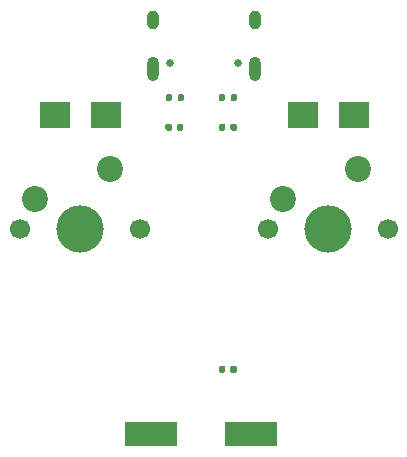
<source format=gbr>
%TF.GenerationSoftware,KiCad,Pcbnew,(5.1.12)-1*%
%TF.CreationDate,2024-08-07T21:15:05+08:00*%
%TF.ProjectId,BKL2xP,424b4c32-7850-42e6-9b69-6361645f7063,1.0*%
%TF.SameCoordinates,Original*%
%TF.FileFunction,Soldermask,Bot*%
%TF.FilePolarity,Negative*%
%FSLAX46Y46*%
G04 Gerber Fmt 4.6, Leading zero omitted, Abs format (unit mm)*
G04 Created by KiCad (PCBNEW (5.1.12)-1) date 2024-08-07 21:15:05*
%MOMM*%
%LPD*%
G01*
G04 APERTURE LIST*
%ADD10R,2.500000X2.300000*%
%ADD11O,1.000000X2.100000*%
%ADD12O,1.000000X1.600000*%
%ADD13C,0.650000*%
%ADD14C,1.700000*%
%ADD15C,4.000000*%
%ADD16C,2.200000*%
%ADD17R,4.500000X2.000000*%
G04 APERTURE END LIST*
%TO.C,C8*%
G36*
G01*
X147680000Y-84670000D02*
X147680000Y-84330000D01*
G75*
G02*
X147820000Y-84190000I140000J0D01*
G01*
X148100000Y-84190000D01*
G75*
G02*
X148240000Y-84330000I0J-140000D01*
G01*
X148240000Y-84670000D01*
G75*
G02*
X148100000Y-84810000I-140000J0D01*
G01*
X147820000Y-84810000D01*
G75*
G02*
X147680000Y-84670000I0J140000D01*
G01*
G37*
G36*
G01*
X146720000Y-84670000D02*
X146720000Y-84330000D01*
G75*
G02*
X146860000Y-84190000I140000J0D01*
G01*
X147140000Y-84190000D01*
G75*
G02*
X147280000Y-84330000I0J-140000D01*
G01*
X147280000Y-84670000D01*
G75*
G02*
X147140000Y-84810000I-140000J0D01*
G01*
X146860000Y-84810000D01*
G75*
G02*
X146720000Y-84670000I0J140000D01*
G01*
G37*
%TD*%
%TO.C,C7*%
G36*
G01*
X152200000Y-84670000D02*
X152200000Y-84330000D01*
G75*
G02*
X152340000Y-84190000I140000J0D01*
G01*
X152620000Y-84190000D01*
G75*
G02*
X152760000Y-84330000I0J-140000D01*
G01*
X152760000Y-84670000D01*
G75*
G02*
X152620000Y-84810000I-140000J0D01*
G01*
X152340000Y-84810000D01*
G75*
G02*
X152200000Y-84670000I0J140000D01*
G01*
G37*
G36*
G01*
X151240000Y-84670000D02*
X151240000Y-84330000D01*
G75*
G02*
X151380000Y-84190000I140000J0D01*
G01*
X151660000Y-84190000D01*
G75*
G02*
X151800000Y-84330000I0J-140000D01*
G01*
X151800000Y-84670000D01*
G75*
G02*
X151660000Y-84810000I-140000J0D01*
G01*
X151380000Y-84810000D01*
G75*
G02*
X151240000Y-84670000I0J140000D01*
G01*
G37*
%TD*%
%TO.C,C3*%
G36*
G01*
X151800000Y-104830000D02*
X151800000Y-105170000D01*
G75*
G02*
X151660000Y-105310000I-140000J0D01*
G01*
X151380000Y-105310000D01*
G75*
G02*
X151240000Y-105170000I0J140000D01*
G01*
X151240000Y-104830000D01*
G75*
G02*
X151380000Y-104690000I140000J0D01*
G01*
X151660000Y-104690000D01*
G75*
G02*
X151800000Y-104830000I0J-140000D01*
G01*
G37*
G36*
G01*
X152760000Y-104830000D02*
X152760000Y-105170000D01*
G75*
G02*
X152620000Y-105310000I-140000J0D01*
G01*
X152340000Y-105310000D01*
G75*
G02*
X152200000Y-105170000I0J140000D01*
G01*
X152200000Y-104830000D01*
G75*
G02*
X152340000Y-104690000I140000J0D01*
G01*
X152620000Y-104690000D01*
G75*
G02*
X152760000Y-104830000I0J-140000D01*
G01*
G37*
%TD*%
D10*
%TO.C,D1*%
X137350000Y-83500000D03*
X141650000Y-83500000D03*
%TD*%
%TO.C,D2*%
X162650000Y-83500000D03*
X158350000Y-83500000D03*
%TD*%
D11*
%TO.C,J1*%
X154320000Y-79605000D03*
X145680000Y-79605000D03*
D12*
X154320000Y-75425000D03*
X145680000Y-75425000D03*
D13*
X147110000Y-79105000D03*
X152890000Y-79105000D03*
%TD*%
%TO.C,R1*%
G36*
G01*
X152780000Y-81815000D02*
X152780000Y-82185000D01*
G75*
G02*
X152645000Y-82320000I-135000J0D01*
G01*
X152375000Y-82320000D01*
G75*
G02*
X152240000Y-82185000I0J135000D01*
G01*
X152240000Y-81815000D01*
G75*
G02*
X152375000Y-81680000I135000J0D01*
G01*
X152645000Y-81680000D01*
G75*
G02*
X152780000Y-81815000I0J-135000D01*
G01*
G37*
G36*
G01*
X151760000Y-81815000D02*
X151760000Y-82185000D01*
G75*
G02*
X151625000Y-82320000I-135000J0D01*
G01*
X151355000Y-82320000D01*
G75*
G02*
X151220000Y-82185000I0J135000D01*
G01*
X151220000Y-81815000D01*
G75*
G02*
X151355000Y-81680000I135000J0D01*
G01*
X151625000Y-81680000D01*
G75*
G02*
X151760000Y-81815000I0J-135000D01*
G01*
G37*
%TD*%
%TO.C,R2*%
G36*
G01*
X147270000Y-81815000D02*
X147270000Y-82185000D01*
G75*
G02*
X147135000Y-82320000I-135000J0D01*
G01*
X146865000Y-82320000D01*
G75*
G02*
X146730000Y-82185000I0J135000D01*
G01*
X146730000Y-81815000D01*
G75*
G02*
X146865000Y-81680000I135000J0D01*
G01*
X147135000Y-81680000D01*
G75*
G02*
X147270000Y-81815000I0J-135000D01*
G01*
G37*
G36*
G01*
X148290000Y-81815000D02*
X148290000Y-82185000D01*
G75*
G02*
X148155000Y-82320000I-135000J0D01*
G01*
X147885000Y-82320000D01*
G75*
G02*
X147750000Y-82185000I0J135000D01*
G01*
X147750000Y-81815000D01*
G75*
G02*
X147885000Y-81680000I135000J0D01*
G01*
X148155000Y-81680000D01*
G75*
G02*
X148290000Y-81815000I0J-135000D01*
G01*
G37*
%TD*%
D14*
%TO.C,SW1*%
X144540000Y-93080000D03*
X134380000Y-93080000D03*
D15*
X139460000Y-93080000D03*
D16*
X135650000Y-90540000D03*
X142000000Y-88000000D03*
%TD*%
%TO.C,SW2*%
X163000000Y-88000000D03*
X156650000Y-90540000D03*
D15*
X160460000Y-93080000D03*
D14*
X155380000Y-93080000D03*
X165540000Y-93080000D03*
%TD*%
D17*
%TO.C,Y1*%
X145500000Y-110500000D03*
X154000000Y-110500000D03*
%TD*%
M02*

</source>
